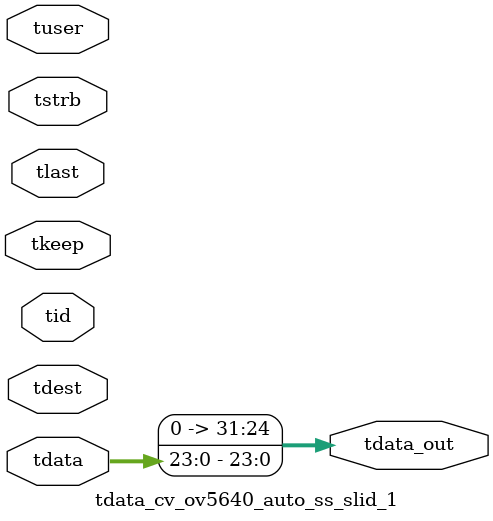
<source format=v>


`timescale 1ps/1ps

module tdata_cv_ov5640_auto_ss_slid_1 #
(
parameter C_S_AXIS_TDATA_WIDTH = 32,
parameter C_S_AXIS_TUSER_WIDTH = 0,
parameter C_S_AXIS_TID_WIDTH   = 0,
parameter C_S_AXIS_TDEST_WIDTH = 0,
parameter C_M_AXIS_TDATA_WIDTH = 32
)
(
input  [(C_S_AXIS_TDATA_WIDTH == 0 ? 1 : C_S_AXIS_TDATA_WIDTH)-1:0     ] tdata,
input  [(C_S_AXIS_TUSER_WIDTH == 0 ? 1 : C_S_AXIS_TUSER_WIDTH)-1:0     ] tuser,
input  [(C_S_AXIS_TID_WIDTH   == 0 ? 1 : C_S_AXIS_TID_WIDTH)-1:0       ] tid,
input  [(C_S_AXIS_TDEST_WIDTH == 0 ? 1 : C_S_AXIS_TDEST_WIDTH)-1:0     ] tdest,
input  [(C_S_AXIS_TDATA_WIDTH/8)-1:0 ] tkeep,
input  [(C_S_AXIS_TDATA_WIDTH/8)-1:0 ] tstrb,
input                                                                    tlast,
output [C_M_AXIS_TDATA_WIDTH-1:0] tdata_out
);

assign tdata_out = {tdata[23:0]};

endmodule


</source>
